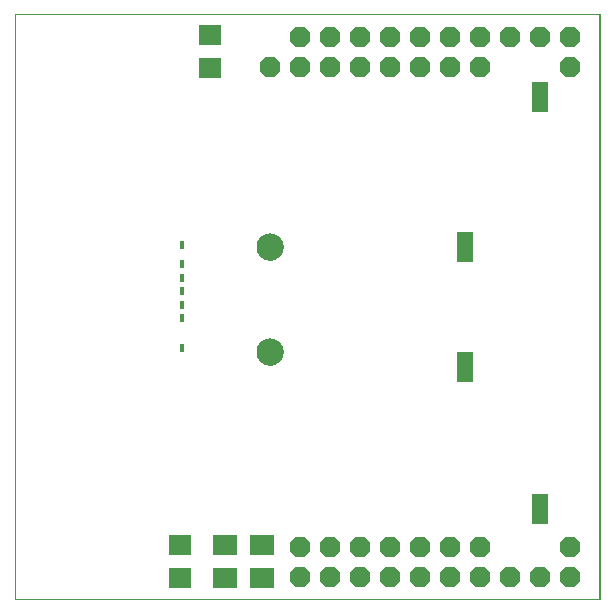
<source format=gts>
G75*
G70*
%OFA0B0*%
%FSLAX24Y24*%
%IPPOS*%
%LPD*%
%AMOC8*
5,1,8,0,0,1.08239X$1,22.5*
%
%ADD10C,0.0000*%
%ADD11C,0.0906*%
%ADD12R,0.0749X0.0670*%
%ADD13R,0.0827X0.0670*%
%ADD14R,0.0160X0.0280*%
%ADD15OC8,0.0670*%
%ADD16R,0.0540X0.1040*%
D10*
X000500Y000750D02*
X020000Y000750D01*
X020000Y020250D01*
X000500Y020250D01*
X000500Y000750D01*
X000500Y020246D01*
X019994Y020246D01*
X019994Y000750D01*
X000500Y000750D01*
X008567Y009000D02*
X008569Y009041D01*
X008575Y009082D01*
X008585Y009122D01*
X008598Y009161D01*
X008615Y009198D01*
X008636Y009234D01*
X008660Y009268D01*
X008687Y009299D01*
X008716Y009327D01*
X008749Y009353D01*
X008783Y009375D01*
X008820Y009394D01*
X008858Y009409D01*
X008898Y009421D01*
X008938Y009429D01*
X008979Y009433D01*
X009021Y009433D01*
X009062Y009429D01*
X009102Y009421D01*
X009142Y009409D01*
X009180Y009394D01*
X009216Y009375D01*
X009251Y009353D01*
X009284Y009327D01*
X009313Y009299D01*
X009340Y009268D01*
X009364Y009234D01*
X009385Y009198D01*
X009402Y009161D01*
X009415Y009122D01*
X009425Y009082D01*
X009431Y009041D01*
X009433Y009000D01*
X009431Y008959D01*
X009425Y008918D01*
X009415Y008878D01*
X009402Y008839D01*
X009385Y008802D01*
X009364Y008766D01*
X009340Y008732D01*
X009313Y008701D01*
X009284Y008673D01*
X009251Y008647D01*
X009217Y008625D01*
X009180Y008606D01*
X009142Y008591D01*
X009102Y008579D01*
X009062Y008571D01*
X009021Y008567D01*
X008979Y008567D01*
X008938Y008571D01*
X008898Y008579D01*
X008858Y008591D01*
X008820Y008606D01*
X008784Y008625D01*
X008749Y008647D01*
X008716Y008673D01*
X008687Y008701D01*
X008660Y008732D01*
X008636Y008766D01*
X008615Y008802D01*
X008598Y008839D01*
X008585Y008878D01*
X008575Y008918D01*
X008569Y008959D01*
X008567Y009000D01*
X008567Y012500D02*
X008569Y012541D01*
X008575Y012582D01*
X008585Y012622D01*
X008598Y012661D01*
X008615Y012698D01*
X008636Y012734D01*
X008660Y012768D01*
X008687Y012799D01*
X008716Y012827D01*
X008749Y012853D01*
X008783Y012875D01*
X008820Y012894D01*
X008858Y012909D01*
X008898Y012921D01*
X008938Y012929D01*
X008979Y012933D01*
X009021Y012933D01*
X009062Y012929D01*
X009102Y012921D01*
X009142Y012909D01*
X009180Y012894D01*
X009216Y012875D01*
X009251Y012853D01*
X009284Y012827D01*
X009313Y012799D01*
X009340Y012768D01*
X009364Y012734D01*
X009385Y012698D01*
X009402Y012661D01*
X009415Y012622D01*
X009425Y012582D01*
X009431Y012541D01*
X009433Y012500D01*
X009431Y012459D01*
X009425Y012418D01*
X009415Y012378D01*
X009402Y012339D01*
X009385Y012302D01*
X009364Y012266D01*
X009340Y012232D01*
X009313Y012201D01*
X009284Y012173D01*
X009251Y012147D01*
X009217Y012125D01*
X009180Y012106D01*
X009142Y012091D01*
X009102Y012079D01*
X009062Y012071D01*
X009021Y012067D01*
X008979Y012067D01*
X008938Y012071D01*
X008898Y012079D01*
X008858Y012091D01*
X008820Y012106D01*
X008784Y012125D01*
X008749Y012147D01*
X008716Y012173D01*
X008687Y012201D01*
X008660Y012232D01*
X008636Y012266D01*
X008615Y012302D01*
X008598Y012339D01*
X008585Y012378D01*
X008575Y012418D01*
X008569Y012459D01*
X008567Y012500D01*
D11*
X009000Y012500D03*
X009000Y009000D03*
D12*
X006000Y002551D03*
X006000Y001449D03*
X007000Y018449D03*
X007000Y019551D03*
D13*
X007500Y002551D03*
X007500Y001449D03*
X008750Y001449D03*
X008750Y002551D03*
D14*
X006091Y009114D03*
X006091Y010118D03*
X006091Y010571D03*
X006091Y011024D03*
X006091Y011476D03*
X006091Y011929D03*
X006091Y012559D03*
D15*
X009000Y018500D03*
X010000Y018500D03*
X011000Y018500D03*
X012000Y018500D03*
X013000Y018500D03*
X014000Y018500D03*
X015000Y018500D03*
X016000Y018500D03*
X016000Y019500D03*
X015000Y019500D03*
X014000Y019500D03*
X013000Y019500D03*
X012000Y019500D03*
X011000Y019500D03*
X010000Y019500D03*
X017000Y019500D03*
X018000Y019500D03*
X019000Y019500D03*
X019000Y018500D03*
X019000Y002500D03*
X019000Y001500D03*
X018000Y001500D03*
X017000Y001500D03*
X016000Y001500D03*
X015000Y001500D03*
X014000Y001500D03*
X013000Y001500D03*
X012000Y001500D03*
X011000Y001500D03*
X010000Y001500D03*
X010000Y002500D03*
X011000Y002500D03*
X012000Y002500D03*
X013000Y002500D03*
X014000Y002500D03*
X015000Y002500D03*
X016000Y002500D03*
D16*
X018000Y003750D03*
X015500Y008500D03*
X015500Y012500D03*
X018000Y017500D03*
M02*

</source>
